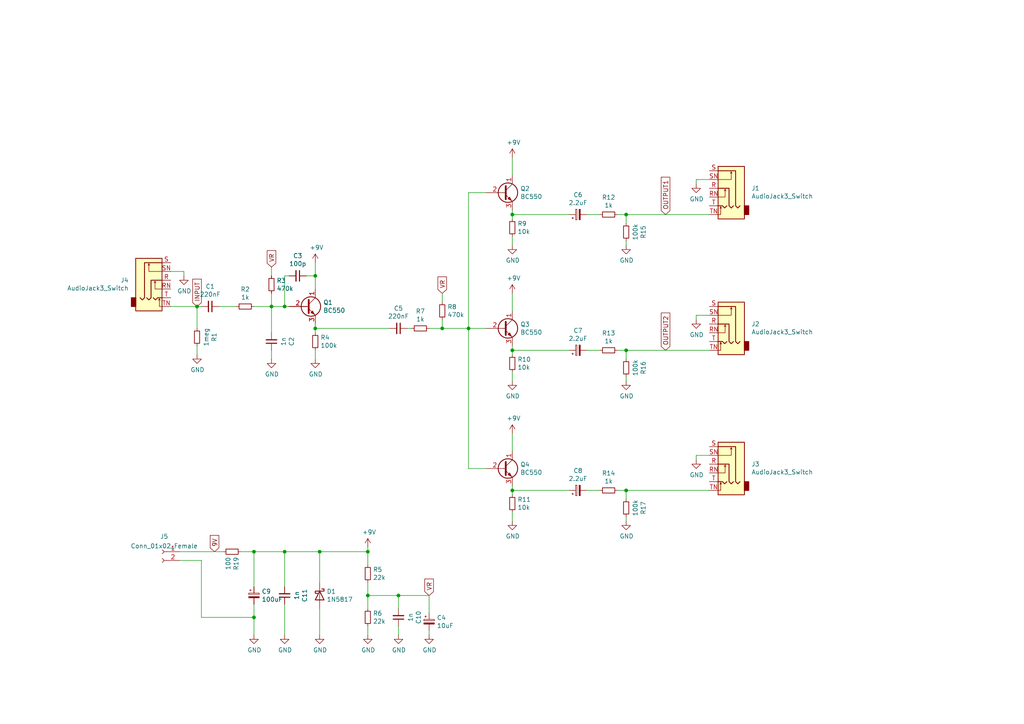
<source format=kicad_sch>
(kicad_sch (version 20211123) (generator eeschema)
  (paper "A4")
  (lib_symbols
    (symbol "Connector:AudioJack3_Switch"
      (property "Reference" "J" (at 0 11.43 0))
      (property "Value" "AudioJack3_Switch" (at 0 8.89 0))
      (symbol "AudioJack3_Switch_0_1"
        (rectangle (start -5.08 -5.08) (end -6.35 -7.62) (stroke (width 0.254)) (fill (type outline)))
        (polyline (pts (xy -1.27 4.826) (xy -1.016 4.318)))
        (polyline (pts (xy 0.508 -0.254) (xy 0.762 -0.762)))
        (polyline (pts (xy 1.778 -5.334) (xy 2.032 -5.842)))
        (polyline (pts (xy 0 -5.08) (xy 0.635 -5.715) (xy 1.27 -5.08) (xy 2.54 -5.08)) (stroke (width 0.254)))
        (polyline (pts (xy 2.54 -7.62) (xy 1.778 -7.62) (xy 1.778 -5.334) (xy 1.524 -5.842)))
        (polyline (pts (xy 2.54 -2.54) (xy 0.508 -2.54) (xy 0.508 -0.254) (xy 0.254 -0.762)))
        (polyline (pts (xy 2.54 2.54) (xy -1.27 2.54) (xy -1.27 4.826) (xy -1.524 4.318)))
        (polyline (pts (xy -1.905 -5.08) (xy -1.27 -5.715) (xy -0.635 -5.08) (xy -0.635 0) (xy 2.54 0)) (stroke (width 0.254)))
        (polyline (pts (xy 2.54 5.08) (xy -2.54 5.08) (xy -2.54 -5.08) (xy -3.175 -5.715) (xy -3.81 -5.08)) (stroke (width 0.254)))
        (rectangle (start 2.54 6.35) (end -5.08 -8.89) (stroke (width 0.254)) (fill (type background)))
      )
      (symbol "AudioJack3_Switch_1_1"
        (pin passive line (at 5.08 0 180) (length 2.54) (name "~") (number "R"))
        (pin passive line (at 5.08 -2.54 180) (length 2.54) (name "~") (number "RN"))
        (pin passive line (at 5.08 5.08 180) (length 2.54) (name "~") (number "S"))
        (pin passive line (at 5.08 2.54 180) (length 2.54) (name "~") (number "SN"))
        (pin passive line (at 5.08 -5.08 180) (length 2.54) (name "~") (number "T"))
        (pin passive line (at 5.08 -7.62 180) (length 2.54) (name "~") (number "TN"))
      )
    )
    (symbol "Connector:Conn_01x02_Female" (pin_names (offset 1.016) hide)
      (property "Reference" "J" (at 0 2.54 0))
      (property "Value" "Conn_01x02_Female" (at 0 -5.08 0))
      (symbol "Conn_01x02_Female_1_1"
        (arc (start 0 -2.032) (mid -0.508 -2.54) (end 0 -3.048) (stroke (width 0.1524)))
        (polyline (pts (xy -1.27 -2.54) (xy -0.508 -2.54)) (stroke (width 0.1524)))
        (polyline (pts (xy -1.27 0) (xy -0.508 0)) (stroke (width 0.1524)))
        (arc (start 0 0.508) (mid -0.508 0) (end 0 -0.508) (stroke (width 0.1524)))
        (pin passive line (at -5.08 0 0) (length 3.81) (name "Pin_1") (number "1"))
        (pin passive line (at -5.08 -2.54 0) (length 3.81) (name "Pin_2") (number "2"))
      )
    )
    (symbol "Device:CP_Small" (pin_numbers hide) (pin_names (offset 0.254) hide)
      (property "Reference" "C" (at 0.254 1.778 0))
      (property "Value" "CP_Small" (at 0.254 -2.032 0))
      (symbol "CP_Small_0_1"
        (rectangle (start -1.524 -0.3048) (end 1.524 -0.6858) (fill (type outline)))
        (rectangle (start -1.524 0.6858) (end 1.524 0.3048))
        (polyline (pts (xy -1.27 1.524) (xy -0.762 1.524)))
        (polyline (pts (xy -1.016 1.27) (xy -1.016 1.778)))
      )
      (symbol "CP_Small_1_1"
        (pin passive line (at 0 2.54 270) (length 1.8542) (name "~") (number "1"))
        (pin passive line (at 0 -2.54 90) (length 1.8542) (name "~") (number "2"))
      )
    )
    (symbol "Device:C_Small" (pin_numbers hide) (pin_names (offset 0.254) hide)
      (property "Reference" "C" (at 0.254 1.778 0))
      (property "Value" "C_Small" (at 0.254 -2.032 0))
      (symbol "C_Small_0_1"
        (polyline (pts (xy -1.524 -0.508) (xy 1.524 -0.508)) (stroke (width 0.3302)))
        (polyline (pts (xy -1.524 0.508) (xy 1.524 0.508)) (stroke (width 0.3048)))
      )
      (symbol "C_Small_1_1"
        (pin passive line (at 0 2.54 270) (length 2.032) (name "~") (number "1"))
        (pin passive line (at 0 -2.54 90) (length 2.032) (name "~") (number "2"))
      )
    )
    (symbol "Device:R_Small" (pin_numbers hide) (pin_names (offset 0.254) hide)
      (property "Reference" "R" (at 0.762 0.508 0))
      (property "Value" "R_Small" (at 0.762 -1.016 0))
      (symbol "R_Small_0_1"
        (rectangle (start -0.762 1.778) (end 0.762 -1.778) (stroke (width 0.2032)))
      )
      (symbol "R_Small_1_1"
        (pin passive line (at 0 2.54 270) (length 0.762) (name "~") (number "1"))
        (pin passive line (at 0 -2.54 90) (length 0.762) (name "~") (number "2"))
      )
    )
    (symbol "Diode:1N5817" (pin_numbers hide) (pin_names (offset 1.016) hide)
      (property "Reference" "D" (at 0 2.54 0))
      (property "Value" "1N5817" (at 0 -2.54 0))
      (symbol "1N5817_0_1"
        (polyline (pts (xy 1.27 0) (xy -1.27 0)))
        (polyline (pts (xy 1.27 1.27) (xy 1.27 -1.27) (xy -1.27 0) (xy 1.27 1.27)) (stroke (width 0.254)))
        (polyline (pts (xy -1.905 0.635) (xy -1.905 1.27) (xy -1.27 1.27) (xy -1.27 -1.27) (xy -0.635 -1.27) (xy -0.635 -0.635)) (stroke (width 0.254)))
      )
      (symbol "1N5817_1_1"
        (pin passive line (at -3.81 0 0) (length 2.54) (name "K") (number "1"))
        (pin passive line (at 3.81 0 180) (length 2.54) (name "A") (number "2"))
      )
    )
    (symbol "Transistor_BJT:BC550" (pin_names (offset 0) hide)
      (property "Reference" "Q" (at 5.08 1.905 0))
      (property "Value" "BC550" (at 5.08 0 0))
      (symbol "BC550_0_1"
        (polyline (pts (xy 0 0) (xy 0.635 0)))
        (polyline (pts (xy 0.635 0.635) (xy 2.54 2.54)))
        (polyline (pts (xy 0.635 -0.635) (xy 2.54 -2.54) (xy 2.54 -2.54)))
        (polyline (pts (xy 0.635 1.905) (xy 0.635 -1.905) (xy 0.635 -1.905)) (stroke (width 0.508)))
        (polyline (pts (xy 1.27 -1.778) (xy 1.778 -1.27) (xy 2.286 -2.286) (xy 1.27 -1.778) (xy 1.27 -1.778)) (fill (type outline)))
        (circle (center 1.27 0) (radius 2.8194) (stroke (width 0.254)))
      )
      (symbol "BC550_1_1"
        (pin passive line (at 2.54 5.08 270) (length 2.54) (name "C") (number "1"))
        (pin input line (at -5.08 0 0) (length 5.08) (name "B") (number "2"))
        (pin passive line (at 2.54 -5.08 90) (length 2.54) (name "E") (number "3"))
      )
    )
    (symbol "power:+9V" (power) (pin_names (offset 0))
      (property "Value" "+9V" (at 0 3.556 0))
      (symbol "+9V_0_1"
        (polyline (pts (xy -0.762 1.27) (xy 0 2.54)))
        (polyline (pts (xy 0 0) (xy 0 2.54)))
        (polyline (pts (xy 0 2.54) (xy 0.762 1.27)))
      )
      (symbol "+9V_1_1"
        (pin power_in line (at 0 0 90) (length 0) hide (name "+9V") (number "1"))
      )
    )
    (symbol "power:GND" (power) (pin_names (offset 0))
      (property "Value" "GND" (at 0 -3.81 0))
      (symbol "GND_0_1"
        (polyline (pts (xy 0 0) (xy 0 -1.27) (xy 1.27 -1.27) (xy 0 -2.54) (xy -1.27 -1.27) (xy 0 -1.27)))
      )
      (symbol "GND_1_1"
        (pin power_in line (at 0 0 270) (length 0) hide (name "GND") (number "1"))
      )
    )
  )
  (junction (at 73.66 160.02))
  (junction (at 82.55 160.02))
  (junction (at 181.61 101.6))
  (junction (at 78.74 88.9))
  (junction (at 106.68 160.02))
  (junction (at 181.61 142.24))
  (junction (at 148.59 142.24))
  (junction (at 91.44 95.25))
  (junction (at 82.55 88.9))
  (junction (at 73.66 179.07))
  (junction (at 148.59 62.23))
  (junction (at 106.68 172.72))
  (junction (at 135.89 95.25))
  (junction (at 115.57 172.72))
  (junction (at 128.27 95.25))
  (junction (at 57.15 88.9))
  (junction (at 92.71 160.02))
  (junction (at 91.44 80.01))
  (junction (at 181.61 62.23))
  (junction (at 148.59 101.6))
  (wire (pts (xy 128.27 92.71) (xy 128.27 95.25)))
  (wire (pts (xy 201.93 92.71) (xy 201.93 91.44)))
  (wire (pts (xy 148.59 101.6) (xy 148.59 100.33)))
  (wire (pts (xy 106.68 163.83) (xy 106.68 160.02)))
  (wire (pts (xy 106.68 160.02) (xy 106.68 158.75)))
  (wire (pts (xy 106.68 184.15) (xy 106.68 181.61)))
  (wire (pts (xy 148.59 125.73) (xy 148.59 130.81)))
  (wire (pts (xy 106.68 172.72) (xy 106.68 168.91)))
  (wire (pts (xy 58.42 162.56) (xy 58.42 179.07)))
  (wire (pts (xy 148.59 102.87) (xy 148.59 101.6)))
  (wire (pts (xy 201.93 132.08) (xy 205.74 132.08)))
  (wire (pts (xy 57.15 88.9) (xy 57.15 95.25)))
  (wire (pts (xy 118.11 95.25) (xy 119.38 95.25)))
  (wire (pts (xy 148.59 101.6) (xy 165.1 101.6)))
  (wire (pts (xy 128.27 95.25) (xy 135.89 95.25)))
  (wire (pts (xy 181.61 62.23) (xy 205.74 62.23)))
  (wire (pts (xy 135.89 135.89) (xy 135.89 95.25)))
  (wire (pts (xy 91.44 93.98) (xy 91.44 95.25)))
  (wire (pts (xy 170.18 62.23) (xy 173.99 62.23)))
  (wire (pts (xy 181.61 69.85) (xy 181.61 71.12)))
  (wire (pts (xy 140.97 55.88) (xy 135.89 55.88)))
  (wire (pts (xy 148.59 142.24) (xy 165.1 142.24)))
  (wire (pts (xy 201.93 133.35) (xy 201.93 132.08)))
  (wire (pts (xy 106.68 176.53) (xy 106.68 172.72)))
  (wire (pts (xy 91.44 95.25) (xy 91.44 96.52)))
  (wire (pts (xy 135.89 95.25) (xy 140.97 95.25)))
  (wire (pts (xy 58.42 179.07) (xy 73.66 179.07)))
  (wire (pts (xy 181.61 144.78) (xy 181.61 142.24)))
  (wire (pts (xy 92.71 160.02) (xy 92.71 168.91)))
  (wire (pts (xy 148.59 143.51) (xy 148.59 142.24)))
  (wire (pts (xy 49.53 88.9) (xy 57.15 88.9)))
  (wire (pts (xy 83.82 80.01) (xy 82.55 80.01)))
  (wire (pts (xy 148.59 142.24) (xy 148.59 140.97)))
  (wire (pts (xy 82.55 88.9) (xy 83.82 88.9)))
  (wire (pts (xy 181.61 64.77) (xy 181.61 62.23)))
  (wire (pts (xy 57.15 100.33) (xy 57.15 102.87)))
  (wire (pts (xy 115.57 172.72) (xy 124.46 172.72)))
  (wire (pts (xy 106.68 172.72) (xy 115.57 172.72)))
  (wire (pts (xy 63.5 88.9) (xy 68.58 88.9)))
  (wire (pts (xy 88.9 80.01) (xy 91.44 80.01)))
  (wire (pts (xy 135.89 55.88) (xy 135.89 95.25)))
  (wire (pts (xy 115.57 172.72) (xy 115.57 176.53)))
  (wire (pts (xy 124.46 182.88) (xy 124.46 184.15)))
  (wire (pts (xy 124.46 172.72) (xy 124.46 177.8)))
  (wire (pts (xy 91.44 101.6) (xy 91.44 104.14)))
  (wire (pts (xy 69.85 160.02) (xy 73.66 160.02)))
  (wire (pts (xy 106.68 160.02) (xy 92.71 160.02)))
  (wire (pts (xy 179.07 101.6) (xy 181.61 101.6)))
  (wire (pts (xy 201.93 52.07) (xy 205.74 52.07)))
  (wire (pts (xy 92.71 176.53) (xy 92.71 184.15)))
  (wire (pts (xy 181.61 101.6) (xy 205.74 101.6)))
  (wire (pts (xy 124.46 95.25) (xy 128.27 95.25)))
  (wire (pts (xy 53.34 78.74) (xy 53.34 80.01)))
  (wire (pts (xy 181.61 104.14) (xy 181.61 101.6)))
  (wire (pts (xy 148.59 107.95) (xy 148.59 110.49)))
  (wire (pts (xy 82.55 160.02) (xy 82.55 170.18)))
  (wire (pts (xy 82.55 184.15) (xy 82.55 175.26)))
  (wire (pts (xy 78.74 104.14) (xy 78.74 101.6)))
  (wire (pts (xy 148.59 85.09) (xy 148.59 90.17)))
  (wire (pts (xy 52.07 162.56) (xy 58.42 162.56)))
  (wire (pts (xy 179.07 62.23) (xy 181.61 62.23)))
  (wire (pts (xy 91.44 76.2) (xy 91.44 80.01)))
  (wire (pts (xy 170.18 142.24) (xy 173.99 142.24)))
  (wire (pts (xy 57.15 88.9) (xy 58.42 88.9)))
  (wire (pts (xy 91.44 80.01) (xy 91.44 83.82)))
  (wire (pts (xy 115.57 184.15) (xy 115.57 181.61)))
  (wire (pts (xy 181.61 109.22) (xy 181.61 110.49)))
  (wire (pts (xy 201.93 91.44) (xy 205.74 91.44)))
  (wire (pts (xy 148.59 68.58) (xy 148.59 71.12)))
  (wire (pts (xy 148.59 62.23) (xy 165.1 62.23)))
  (wire (pts (xy 148.59 45.72) (xy 148.59 50.8)))
  (wire (pts (xy 140.97 135.89) (xy 135.89 135.89)))
  (wire (pts (xy 128.27 87.63) (xy 128.27 85.09)))
  (wire (pts (xy 73.66 160.02) (xy 73.66 170.18)))
  (wire (pts (xy 179.07 142.24) (xy 181.61 142.24)))
  (wire (pts (xy 52.07 160.02) (xy 64.77 160.02)))
  (wire (pts (xy 49.53 78.74) (xy 53.34 78.74)))
  (wire (pts (xy 181.61 149.86) (xy 181.61 151.13)))
  (wire (pts (xy 148.59 148.59) (xy 148.59 151.13)))
  (wire (pts (xy 78.74 85.09) (xy 78.74 88.9)))
  (wire (pts (xy 78.74 96.52) (xy 78.74 88.9)))
  (wire (pts (xy 73.66 88.9) (xy 78.74 88.9)))
  (wire (pts (xy 201.93 53.34) (xy 201.93 52.07)))
  (wire (pts (xy 82.55 160.02) (xy 73.66 160.02)))
  (wire (pts (xy 92.71 160.02) (xy 82.55 160.02)))
  (wire (pts (xy 148.59 63.5) (xy 148.59 62.23)))
  (wire (pts (xy 170.18 101.6) (xy 173.99 101.6)))
  (wire (pts (xy 78.74 80.01) (xy 78.74 77.47)))
  (wire (pts (xy 73.66 175.26) (xy 73.66 179.07)))
  (wire (pts (xy 73.66 179.07) (xy 73.66 184.15)))
  (wire (pts (xy 82.55 80.01) (xy 82.55 88.9)))
  (wire (pts (xy 91.44 95.25) (xy 113.03 95.25)))
  (wire (pts (xy 181.61 142.24) (xy 205.74 142.24)))
  (wire (pts (xy 78.74 88.9) (xy 82.55 88.9)))
  (wire (pts (xy 148.59 62.23) (xy 148.59 60.96)))
  (global_label "VR" (shape input) (at 124.46 172.72 90) (property "Intersheet References" "${INTERSHEET_REFS}" (effects hide)))
  (global_label "INPUT" (shape input) (at 57.15 88.9 90) (property "Intersheet References" "${INTERSHEET_REFS}" (effects hide)))
  (global_label "VR" (shape input) (at 128.27 85.09 90) (property "Intersheet References" "${INTERSHEET_REFS}" (effects hide)))
  (global_label "OUTPUT1" (shape input) (at 193.04 62.23 90) (property "Intersheet References" "${INTERSHEET_REFS}" (effects hide)))
  (global_label "9V" (shape input) (at 62.23 160.02 90) (property "Intersheet References" "${INTERSHEET_REFS}" (effects hide)))
  (global_label "OUTPUT2" (shape input) (at 193.04 101.6 90) (property "Intersheet References" "${INTERSHEET_REFS}" (effects hide)))
  (global_label "VR" (shape input) (at 78.74 77.47 90) (property "Intersheet References" "${INTERSHEET_REFS}" (effects hide)))
  (symbol (lib_id "Device:CP_Small") (at 124.46 180.34 0) (unit 1)
    (property "Reference" "C4" (at 126.6952 179.1716 0) (effects (justify left)))
    (property "Value" "10uF" (at 126.6952 181.483 0) (effects (justify left)))
    (property "Footprint" "Capacitor_THT:CP_Radial_D5.0mm_P2.50mm" (effects hide))
    (property "Spice_Primitive" "C" (effects hide))
    (property "Spice_Model" "10uF" (effects hide))
    (property "Spice_Netlist_Enabled" "Y" (effects hide))
  )
  (symbol (lib_id "power:GND") (at 124.46 184.15 0) (unit 1)
    (property "Reference" "#PWR010" (effects hide))
    (property "Value" "GND" (at 124.587 188.5442 0))
  )
  (symbol (lib_id "Device:R_Small") (at 71.12 88.9 270) (unit 1)
    (property "Reference" "R2" (at 71.12 83.9216 90))
    (property "Value" "1k" (at 71.12 86.233 90))
    (property "Footprint" "Resistor_THT:R_Axial_DIN0207_L6.3mm_D2.5mm_P7.62mm_Horizontal" (effects hide))
  )
  (symbol (lib_id "Device:C_Small") (at 78.74 99.06 180) (unit 1)
    (property "Reference" "C2" (at 84.5566 99.06 90))
    (property "Value" "1n" (at 82.2452 99.06 90))
    (property "Footprint" "Capacitor_THT:C_Rect_L7.0mm_W2.5mm_P5.00mm" (effects hide))
    (property "Spice_Primitive" "C" (effects hide))
    (property "Spice_Model" "1n" (effects hide))
    (property "Spice_Netlist_Enabled" "Y" (effects hide))
  )
  (symbol (lib_id "Device:R_Small") (at 78.74 82.55 180) (unit 1)
    (property "Reference" "R3" (at 80.2386 81.3816 0) (effects (justify right)))
    (property "Value" "470k" (at 80.2386 83.693 0) (effects (justify right)))
    (property "Footprint" "Resistor_THT:R_Axial_DIN0207_L6.3mm_D2.5mm_P7.62mm_Horizontal" (effects hide))
  )
  (symbol (lib_id "power:GND") (at 78.74 104.14 0) (unit 1)
    (property "Reference" "#PWR05" (effects hide))
    (property "Value" "GND" (at 78.867 108.5342 0))
  )
  (symbol (lib_id "Device:R_Small") (at 128.27 90.17 180) (unit 1)
    (property "Reference" "R8" (at 129.7686 89.0016 0) (effects (justify right)))
    (property "Value" "470k" (at 129.7686 91.313 0) (effects (justify right)))
    (property "Footprint" "Resistor_THT:R_Axial_DIN0207_L6.3mm_D2.5mm_P7.62mm_Horizontal" (effects hide))
  )
  (symbol (lib_id "Device:CP_Small") (at 167.64 101.6 90) (unit 1)
    (property "Reference" "C7" (at 167.64 95.885 90))
    (property "Value" "2.2uF" (at 167.64 98.1964 90))
    (property "Footprint" "Capacitor_THT:CP_Radial_D5.0mm_P2.50mm" (effects hide))
    (property "Spice_Primitive" "C" (effects hide))
    (property "Spice_Model" "2.2uF" (effects hide))
    (property "Spice_Netlist_Enabled" "Y" (effects hide))
  )
  (symbol (lib_id "Device:R_Small") (at 176.53 101.6 270) (unit 1)
    (property "Reference" "R13" (at 176.53 96.6216 90))
    (property "Value" "1k" (at 176.53 98.933 90))
    (property "Footprint" "Resistor_THT:R_Axial_DIN0207_L6.3mm_D2.5mm_P7.62mm_Horizontal" (effects hide))
  )
  (symbol (lib_id "Device:R_Small") (at 181.61 106.68 180) (unit 1)
    (property "Reference" "R16" (at 186.5884 106.68 90))
    (property "Value" "100k" (at 184.277 106.68 90))
    (property "Footprint" "Resistor_THT:R_Axial_DIN0207_L6.3mm_D2.5mm_P7.62mm_Horizontal" (effects hide))
  )
  (symbol (lib_id "power:GND") (at 181.61 110.49 0) (unit 1)
    (property "Reference" "#PWR018" (effects hide))
    (property "Value" "GND" (at 181.737 114.8842 0))
  )
  (symbol (lib_id "Transistor_BJT:BC550") (at 146.05 55.88 0) (unit 1)
    (property "Reference" "Q2" (at 150.9014 54.7116 0) (effects (justify left)))
    (property "Value" "BC550" (at 150.9014 57.023 0) (effects (justify left)))
    (property "Footprint" "Package_TO_SOT_THT:TO-92_Inline_Wide" (effects hide))
    (property "Datasheet" "https://www.onsemi.com/pub/Collateral/BC550-D.pdf" (effects hide))
    (property "Spice_Primitive" "Q" (effects hide))
    (property "Spice_Model" "BC549/550" (effects hide))
    (property "Spice_Netlist_Enabled" "Y" (effects hide))
    (property "Spice_Lib_File" "BC550.lib-orig" (effects hide))
  )
  (symbol (lib_id "Device:R_Small") (at 148.59 66.04 0) (unit 1)
    (property "Reference" "R9" (at 150.0886 64.8716 0) (effects (justify left)))
    (property "Value" "10k" (at 150.0886 67.183 0) (effects (justify left)))
    (property "Footprint" "Resistor_THT:R_Axial_DIN0207_L6.3mm_D2.5mm_P7.62mm_Horizontal" (effects hide))
  )
  (symbol (lib_id "power:GND") (at 148.59 71.12 0) (unit 1)
    (property "Reference" "#PWR012" (effects hide))
    (property "Value" "GND" (at 148.717 75.5142 0))
  )
  (symbol (lib_id "power:+9V") (at 148.59 45.72 0) (unit 1)
    (property "Reference" "#PWR011" (effects hide))
    (property "Value" "+9V" (at 148.971 41.3258 0))
  )
  (symbol (lib_id "Device:CP_Small") (at 167.64 62.23 90) (unit 1)
    (property "Reference" "C6" (at 167.64 56.515 90))
    (property "Value" "2.2uF" (at 167.64 58.8264 90))
    (property "Footprint" "Capacitor_THT:CP_Radial_D5.0mm_P2.50mm" (effects hide))
    (property "Spice_Primitive" "C" (effects hide))
    (property "Spice_Model" "2.2uF" (effects hide))
    (property "Spice_Netlist_Enabled" "Y" (effects hide))
  )
  (symbol (lib_id "Device:R_Small") (at 181.61 67.31 180) (unit 1)
    (property "Reference" "R15" (at 186.5884 67.31 90))
    (property "Value" "100k" (at 184.277 67.31 90))
    (property "Footprint" "Resistor_THT:R_Axial_DIN0207_L6.3mm_D2.5mm_P7.62mm_Horizontal" (effects hide))
  )
  (symbol (lib_id "power:GND") (at 181.61 71.12 0) (unit 1)
    (property "Reference" "#PWR017" (effects hide))
    (property "Value" "GND" (at 181.737 75.5142 0))
  )
  (symbol (lib_id "Device:R_Small") (at 176.53 62.23 270) (unit 1)
    (property "Reference" "R12" (at 176.53 57.2516 90))
    (property "Value" "1k" (at 176.53 59.563 90))
    (property "Footprint" "Resistor_THT:R_Axial_DIN0207_L6.3mm_D2.5mm_P7.62mm_Horizontal" (effects hide))
  )
  (symbol (lib_id "Transistor_BJT:BC550") (at 146.05 135.89 0) (unit 1)
    (property "Reference" "Q4" (at 150.9014 134.7216 0) (effects (justify left)))
    (property "Value" "BC550" (at 150.9014 137.033 0) (effects (justify left)))
    (property "Footprint" "Package_TO_SOT_THT:TO-92_Inline_Wide" (effects hide))
    (property "Datasheet" "https://www.onsemi.com/pub/Collateral/BC550-D.pdf" (effects hide))
    (property "Spice_Primitive" "Q" (effects hide))
    (property "Spice_Model" "BC549/550" (effects hide))
    (property "Spice_Netlist_Enabled" "Y" (effects hide))
    (property "Spice_Lib_File" "BC550.lib-orig" (effects hide))
  )
  (symbol (lib_id "Device:R_Small") (at 148.59 146.05 0) (unit 1)
    (property "Reference" "R11" (at 150.0886 144.8816 0) (effects (justify left)))
    (property "Value" "10k" (at 150.0886 147.193 0) (effects (justify left)))
    (property "Footprint" "Resistor_THT:R_Axial_DIN0207_L6.3mm_D2.5mm_P7.62mm_Horizontal" (effects hide))
  )
  (symbol (lib_id "power:GND") (at 148.59 151.13 0) (unit 1)
    (property "Reference" "#PWR016" (effects hide))
    (property "Value" "GND" (at 148.717 155.5242 0))
  )
  (symbol (lib_id "power:+9V") (at 148.59 125.73 0) (unit 1)
    (property "Reference" "#PWR015" (effects hide))
    (property "Value" "+9V" (at 148.971 121.3358 0))
  )
  (symbol (lib_id "Device:CP_Small") (at 167.64 142.24 90) (unit 1)
    (property "Reference" "C8" (at 167.64 136.525 90))
    (property "Value" "2.2uF" (at 167.64 138.8364 90))
    (property "Footprint" "Capacitor_THT:CP_Radial_D5.0mm_P2.50mm" (effects hide))
    (property "Spice_Primitive" "C" (effects hide))
    (property "Spice_Model" "2.2uF" (effects hide))
    (property "Spice_Netlist_Enabled" "Y" (effects hide))
  )
  (symbol (lib_id "Device:R_Small") (at 181.61 147.32 180) (unit 1)
    (property "Reference" "R17" (at 186.5884 147.32 90))
    (property "Value" "100k" (at 184.277 147.32 90))
    (property "Footprint" "Resistor_THT:R_Axial_DIN0207_L6.3mm_D2.5mm_P7.62mm_Horizontal" (effects hide))
  )
  (symbol (lib_id "power:GND") (at 181.61 151.13 0) (unit 1)
    (property "Reference" "#PWR019" (effects hide))
    (property "Value" "GND" (at 181.737 155.5242 0))
  )
  (symbol (lib_id "Device:R_Small") (at 176.53 142.24 270) (unit 1)
    (property "Reference" "R14" (at 176.53 137.2616 90))
    (property "Value" "1k" (at 176.53 139.573 90))
    (property "Footprint" "Resistor_THT:R_Axial_DIN0207_L6.3mm_D2.5mm_P7.62mm_Horizontal" (effects hide))
  )
  (symbol (lib_id "Device:R_Small") (at 57.15 97.79 180) (unit 1)
    (property "Reference" "R1" (at 62.1284 97.79 90))
    (property "Value" "1meg" (at 59.817 97.79 90))
    (property "Footprint" "Resistor_THT:R_Axial_DIN0207_L6.3mm_D2.5mm_P7.62mm_Horizontal" (effects hide))
  )
  (symbol (lib_id "power:GND") (at 57.15 102.87 0) (unit 1)
    (property "Reference" "#PWR04" (effects hide))
    (property "Value" "GND" (at 57.277 107.2642 0))
  )
  (symbol (lib_id "Device:C_Small") (at 86.36 80.01 270) (unit 1)
    (property "Reference" "C3" (at 86.36 74.1934 90))
    (property "Value" "100p" (at 86.36 76.5048 90))
    (property "Footprint" "Capacitor_THT:C_Rect_L7.0mm_W2.5mm_P5.00mm" (effects hide))
    (property "Spice_Primitive" "C" (effects hide))
    (property "Spice_Model" "100p" (effects hide))
    (property "Spice_Netlist_Enabled" "Y" (effects hide))
  )
  (symbol (lib_id "power:GND") (at 201.93 53.34 0) (unit 1)
    (property "Reference" "#PWR020" (effects hide))
    (property "Value" "GND" (at 202.057 57.7342 0))
  )
  (symbol (lib_id "power:GND") (at 201.93 92.71 0) (unit 1)
    (property "Reference" "#PWR021" (effects hide))
    (property "Value" "GND" (at 202.057 97.1042 0))
  )
  (symbol (lib_id "power:GND") (at 201.93 133.35 0) (unit 1)
    (property "Reference" "#PWR022" (effects hide))
    (property "Value" "GND" (at 202.057 137.7442 0))
  )
  (symbol (lib_id "Connector:AudioJack3_Switch") (at 210.82 54.61 0) (mirror y) (unit 1)
    (property "Reference" "J1" (at 217.932 54.61 0) (effects (justify right)))
    (property "Value" "AudioJack3_Switch" (at 217.932 56.9214 0) (effects (justify right)))
    (property "Footprint" "PartsStash:Jack_6.35mm_Rean_NYS215_Horizontal" (effects hide))
    (property "Spice_Primitive" "R" (effects hide))
    (property "Spice_Model" "1meg" (effects hide))
    (property "Spice_Netlist_Enabled" "N" (effects hide))
  )
  (symbol (lib_id "Diode:1N5817") (at 92.71 172.72 270) (unit 1)
    (property "Reference" "D1" (at 94.742 171.5516 90) (effects (justify left)))
    (property "Value" "1N5817" (at 94.742 173.863 90) (effects (justify left)))
    (property "Footprint" "Diode_THT:D_DO-41_SOD81_P10.16mm_Horizontal" (effects hide))
    (property "Datasheet" "http://www.vishay.com/docs/88525/1n5817.pdf" (effects hide))
    (property "Spice_Primitive" "D" (effects hide))
    (property "Spice_Model" "1N5817" (effects hide))
    (property "Spice_Netlist_Enabled" "N" (effects hide))
  )
  (symbol (lib_id "power:GND") (at 92.71 184.15 0) (unit 1)
    (property "Reference" "#PWR023" (effects hide))
    (property "Value" "GND" (at 92.837 188.5442 0))
  )
  (symbol (lib_id "Device:CP_Small") (at 73.66 172.72 0) (unit 1)
    (property "Reference" "C9" (at 75.8952 171.5516 0) (effects (justify left)))
    (property "Value" "100uF" (at 75.8952 173.863 0) (effects (justify left)))
    (property "Footprint" "Capacitor_THT:CP_Radial_D10.0mm_P5.00mm" (effects hide))
    (property "Spice_Primitive" "C" (effects hide))
    (property "Spice_Model" "100uF" (effects hide))
    (property "Spice_Netlist_Enabled" "Y" (effects hide))
  )
  (symbol (lib_id "power:GND") (at 73.66 184.15 0) (unit 1)
    (property "Reference" "#PWR01" (effects hide))
    (property "Value" "GND" (at 73.787 188.5442 0))
  )
  (symbol (lib_id "Device:R_Small") (at 67.31 160.02 90) (unit 1)
    (property "Reference" "R19" (at 68.4784 161.5186 0) (effects (justify right)))
    (property "Value" "100" (at 66.167 161.5186 0) (effects (justify right)))
    (property "Footprint" "Resistor_THT:R_Axial_DIN0207_L6.3mm_D2.5mm_P7.62mm_Horizontal" (effects hide))
  )
  (symbol (lib_id "Transistor_BJT:BC550") (at 88.9 88.9 0) (unit 1)
    (property "Reference" "Q1" (at 93.7514 87.7316 0) (effects (justify left)))
    (property "Value" "BC550" (at 93.7514 90.043 0) (effects (justify left)))
    (property "Footprint" "Package_TO_SOT_THT:TO-92_Inline_Wide" (effects hide))
    (property "Datasheet" "https://www.onsemi.com/pub/Collateral/BC550-D.pdf" (effects hide))
    (property "Spice_Primitive" "Q" (effects hide))
    (property "Spice_Model" "BC549/550" (effects hide))
    (property "Spice_Netlist_Enabled" "Y" (effects hide))
    (property "Spice_Lib_File" "BC550.lib-orig" (effects hide))
  )
  (symbol (lib_id "Device:R_Small") (at 91.44 99.06 0) (unit 1)
    (property "Reference" "R4" (at 92.9386 97.8916 0) (effects (justify left)))
    (property "Value" "100k" (at 92.9386 100.203 0) (effects (justify left)))
    (property "Footprint" "Resistor_THT:R_Axial_DIN0207_L6.3mm_D2.5mm_P7.62mm_Horizontal" (effects hide))
  )
  (symbol (lib_id "power:+9V") (at 91.44 76.2 0) (unit 1)
    (property "Reference" "#PWR06" (effects hide))
    (property "Value" "+9V" (at 91.821 71.8058 0))
  )
  (symbol (lib_id "power:GND") (at 91.44 104.14 0) (unit 1)
    (property "Reference" "#PWR07" (effects hide))
    (property "Value" "GND" (at 91.567 108.5342 0))
  )
  (symbol (lib_id "Device:C_Small") (at 60.96 88.9 270) (unit 1)
    (property "Reference" "C1" (at 60.96 83.0834 90))
    (property "Value" "220nF" (at 60.96 85.3948 90))
    (property "Footprint" "Capacitor_THT:C_Rect_L7.0mm_W2.5mm_P5.00mm" (effects hide))
    (property "Spice_Primitive" "C" (effects hide))
    (property "Spice_Model" "220nF" (effects hide))
    (property "Spice_Netlist_Enabled" "Y" (effects hide))
  )
  (symbol (lib_id "Device:R_Small") (at 106.68 166.37 180) (unit 1)
    (property "Reference" "R5" (at 108.1786 165.2016 0) (effects (justify right)))
    (property "Value" "22k" (at 108.1786 167.513 0) (effects (justify right)))
    (property "Footprint" "Resistor_THT:R_Axial_DIN0207_L6.3mm_D2.5mm_P7.62mm_Horizontal" (effects hide))
  )
  (symbol (lib_id "Device:R_Small") (at 106.68 179.07 180) (unit 1)
    (property "Reference" "R6" (at 108.1786 177.9016 0) (effects (justify right)))
    (property "Value" "22k" (at 108.1786 180.213 0) (effects (justify right)))
    (property "Footprint" "Resistor_THT:R_Axial_DIN0207_L6.3mm_D2.5mm_P7.62mm_Horizontal" (effects hide))
  )
  (symbol (lib_id "power:+9V") (at 106.68 158.75 0) (unit 1)
    (property "Reference" "#PWR08" (effects hide))
    (property "Value" "+9V" (at 107.061 154.3558 0))
  )
  (symbol (lib_id "power:GND") (at 106.68 184.15 0) (unit 1)
    (property "Reference" "#PWR09" (effects hide))
    (property "Value" "GND" (at 106.807 188.5442 0))
  )
  (symbol (lib_id "Transistor_BJT:BC550") (at 146.05 95.25 0) (unit 1)
    (property "Reference" "Q3" (at 150.9014 94.0816 0) (effects (justify left)))
    (property "Value" "BC550" (at 150.9014 96.393 0) (effects (justify left)))
    (property "Footprint" "Package_TO_SOT_THT:TO-92_Inline_Wide" (effects hide))
    (property "Datasheet" "https://www.onsemi.com/pub/Collateral/BC550-D.pdf" (effects hide))
    (property "Spice_Primitive" "Q" (effects hide))
    (property "Spice_Model" "BC549/550" (effects hide))
    (property "Spice_Netlist_Enabled" "Y" (effects hide))
    (property "Spice_Lib_File" "BC550.lib-orig" (effects hide))
  )
  (symbol (lib_id "Device:R_Small") (at 148.59 105.41 0) (unit 1)
    (property "Reference" "R10" (at 150.0886 104.2416 0) (effects (justify left)))
    (property "Value" "10k" (at 150.0886 106.553 0) (effects (justify left)))
    (property "Footprint" "Resistor_THT:R_Axial_DIN0207_L6.3mm_D2.5mm_P7.62mm_Horizontal" (effects hide))
  )
  (symbol (lib_id "power:GND") (at 148.59 110.49 0) (unit 1)
    (property "Reference" "#PWR014" (effects hide))
    (property "Value" "GND" (at 148.717 114.8842 0))
  )
  (symbol (lib_id "power:+9V") (at 148.59 85.09 0) (unit 1)
    (property "Reference" "#PWR013" (effects hide))
    (property "Value" "+9V" (at 148.971 80.6958 0))
  )
  (symbol (lib_id "Device:C_Small") (at 115.57 95.25 270) (unit 1)
    (property "Reference" "C5" (at 115.57 89.4334 90))
    (property "Value" "220nF" (at 115.57 91.7448 90))
    (property "Footprint" "Capacitor_THT:C_Rect_L7.0mm_W2.5mm_P5.00mm" (effects hide))
    (property "Spice_Primitive" "C" (effects hide))
    (property "Spice_Model" "220nF" (effects hide))
    (property "Spice_Netlist_Enabled" "Y" (effects hide))
  )
  (symbol (lib_id "Device:R_Small") (at 121.92 95.25 270) (unit 1)
    (property "Reference" "R7" (at 121.92 90.2716 90))
    (property "Value" "1k" (at 121.92 92.583 90))
    (property "Footprint" "Resistor_THT:R_Axial_DIN0207_L6.3mm_D2.5mm_P7.62mm_Horizontal" (effects hide))
  )
  (symbol (lib_id "power:GND") (at 53.34 80.01 0) (unit 1)
    (property "Reference" "#PWR024" (effects hide))
    (property "Value" "GND" (at 53.467 84.4042 0))
  )
  (symbol (lib_id "Connector:Conn_01x02_Female") (at 46.99 160.02 0) (mirror y) (unit 1)
    (property "Reference" "J5" (at 47.625 155.5963 0))
    (property "Value" "Conn_01x02_Female" (at 47.625 158.3714 0))
    (property "Footprint" "Connector_Wire:SolderWire-0.1sqmm_1x02_P3.6mm_D0.4mm_OD1mm_Relief" (effects hide))
  )
  (symbol (lib_id "power:GND") (at 115.57 184.15 0) (unit 1)
    (property "Reference" "#PWR02" (effects hide))
    (property "Value" "GND" (at 115.697 188.5442 0))
  )
  (symbol (lib_id "Device:C_Small") (at 115.57 179.07 180) (unit 1)
    (property "Reference" "C10" (at 121.3866 179.07 90))
    (property "Value" "1n" (at 119.0752 179.07 90))
    (property "Footprint" "Capacitor_THT:C_Rect_L7.0mm_W2.5mm_P5.00mm" (effects hide))
    (property "Spice_Primitive" "C" (effects hide))
    (property "Spice_Model" "1n" (effects hide))
    (property "Spice_Netlist_Enabled" "Y" (effects hide))
  )
  (symbol (lib_id "Connector:AudioJack3_Switch") (at 210.82 93.98 0) (mirror y) (unit 1)
    (property "Reference" "J2" (at 217.932 93.98 0) (effects (justify right)))
    (property "Value" "AudioJack3_Switch" (at 217.932 96.2914 0) (effects (justify right)))
    (property "Footprint" "PartsStash:Jack_6.35mm_Rean_NYS215_Horizontal" (effects hide))
    (property "Spice_Primitive" "R" (effects hide))
    (property "Spice_Model" "1meg" (effects hide))
    (property "Spice_Netlist_Enabled" "N" (effects hide))
  )
  (symbol (lib_id "power:GND") (at 82.55 184.15 0) (unit 1)
    (property "Reference" "#PWR03" (effects hide))
    (property "Value" "GND" (at 82.677 188.5442 0))
  )
  (symbol (lib_id "Device:C_Small") (at 82.55 172.72 180) (unit 1)
    (property "Reference" "C11" (at 88.3666 172.72 90))
    (property "Value" "1n" (at 86.0552 172.72 90))
    (property "Footprint" "Capacitor_THT:C_Rect_L7.0mm_W2.5mm_P5.00mm" (effects hide))
    (property "Spice_Primitive" "C" (effects hide))
    (property "Spice_Model" "1n" (effects hide))
    (property "Spice_Netlist_Enabled" "Y" (effects hide))
  )
  (symbol (lib_id "Connector:AudioJack3_Switch") (at 210.82 134.62 0) (mirror y) (unit 1)
    (property "Reference" "J3" (at 217.932 134.62 0) (effects (justify right)))
    (property "Value" "AudioJack3_Switch" (at 217.932 136.9314 0) (effects (justify right)))
    (property "Footprint" "PartsStash:Jack_6.35mm_Rean_NYS215_Horizontal" (effects hide))
    (property "Spice_Primitive" "R" (effects hide))
    (property "Spice_Model" "1meg" (effects hide))
    (property "Spice_Netlist_Enabled" "N" (effects hide))
  )
  (symbol (lib_id "Connector:AudioJack3_Switch") (at 44.45 81.28 0) (unit 1)
    (property "Reference" "J4" (at 37.338 81.28 0) (effects (justify right)))
    (property "Value" "AudioJack3_Switch" (at 37.338 83.5914 0) (effects (justify right)))
    (property "Footprint" "PartsStash:Jack_6.35mm_Rean_NYS215_Horizontal" (effects hide))
    (property "Spice_Primitive" "R" (effects hide))
    (property "Spice_Model" "1meg" (effects hide))
    (property "Spice_Netlist_Enabled" "N" (effects hide))
  )
)
</source>
